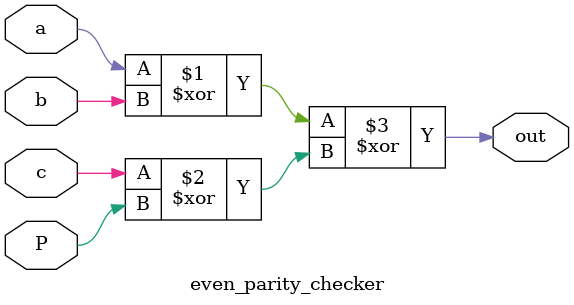
<source format=v>
`timescale 1ns / 1ps
module even_parity_checker( input a,b,c,P, output out);
  assign out=((a^b)^(c^P));
endmodule

</source>
